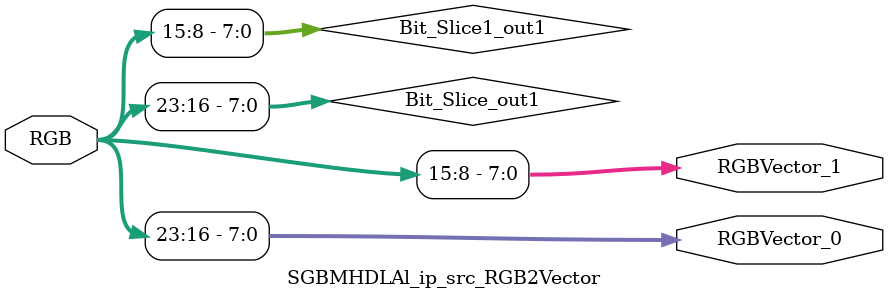
<source format=v>



`timescale 1 ns / 1 ns

module SGBMHDLAl_ip_src_RGB2Vector
          (RGB,
           RGBVector_0,
           RGBVector_1);


  input   [31:0] RGB;  // uint32
  output  [7:0] RGBVector_0;  // uint8
  output  [7:0] RGBVector_1;  // uint8


  wire [7:0] Bit_Slice_out1;  // uint8
  wire [7:0] Bit_Slice1_out1;  // uint8

  // RGB represented in
  // 32'hFFRRGGBB


  assign Bit_Slice_out1 = RGB[23:16];



  assign RGBVector_0 = Bit_Slice_out1;

  assign Bit_Slice1_out1 = RGB[15:8];



  assign RGBVector_1 = Bit_Slice1_out1;

endmodule  // SGBMHDLAl_ip_src_RGB2Vector


</source>
